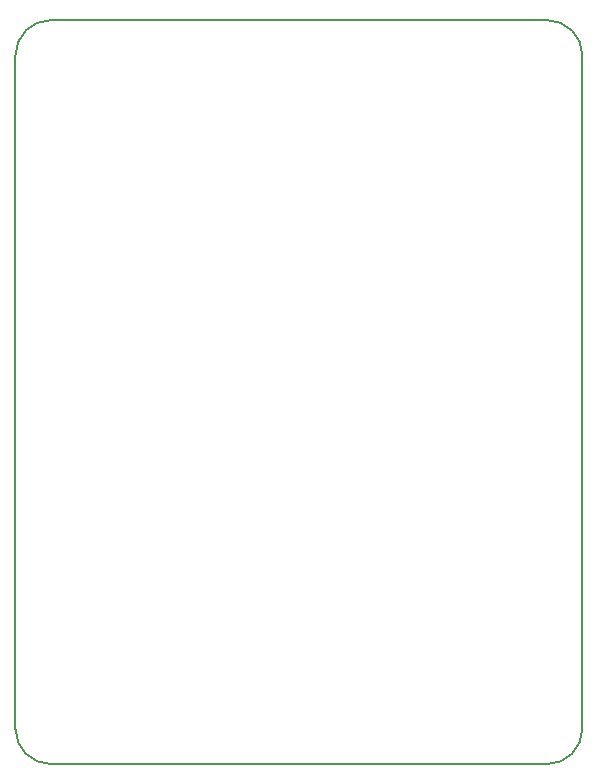
<source format=gm1>
G04 #@! TF.GenerationSoftware,KiCad,Pcbnew,7.0.8*
G04 #@! TF.CreationDate,2024-05-10T00:52:19-03:00*
G04 #@! TF.ProjectId,on_off_module_x1,6f6e5f6f-6666-45f6-9d6f-64756c655f78,1.0*
G04 #@! TF.SameCoordinates,Original*
G04 #@! TF.FileFunction,Profile,NP*
%FSLAX46Y46*%
G04 Gerber Fmt 4.6, Leading zero omitted, Abs format (unit mm)*
G04 Created by KiCad (PCBNEW 7.0.8) date 2024-05-10 00:52:19*
%MOMM*%
%LPD*%
G01*
G04 APERTURE LIST*
G04 #@! TA.AperFunction,Profile*
%ADD10C,0.200000*%
G04 #@! TD*
G04 APERTURE END LIST*
D10*
X174843032Y-61840352D02*
G75*
G03*
X171843033Y-58840352I-2999921J79D01*
G01*
X129837999Y-58840353D02*
G75*
G03*
X126837999Y-61840352I-79J-2999921D01*
G01*
X126838000Y-118840352D02*
G75*
G03*
X129837999Y-121840352I2999921J-79D01*
G01*
X129837999Y-58840352D02*
X171843033Y-58840352D01*
X126837999Y-118840352D02*
X126837999Y-61840352D01*
X129837999Y-121840352D02*
X171838000Y-121840352D01*
X174843033Y-61840352D02*
X174838000Y-118840352D01*
X171838000Y-121840398D02*
G75*
G03*
X174838000Y-118840352I0J3000000D01*
G01*
M02*

</source>
